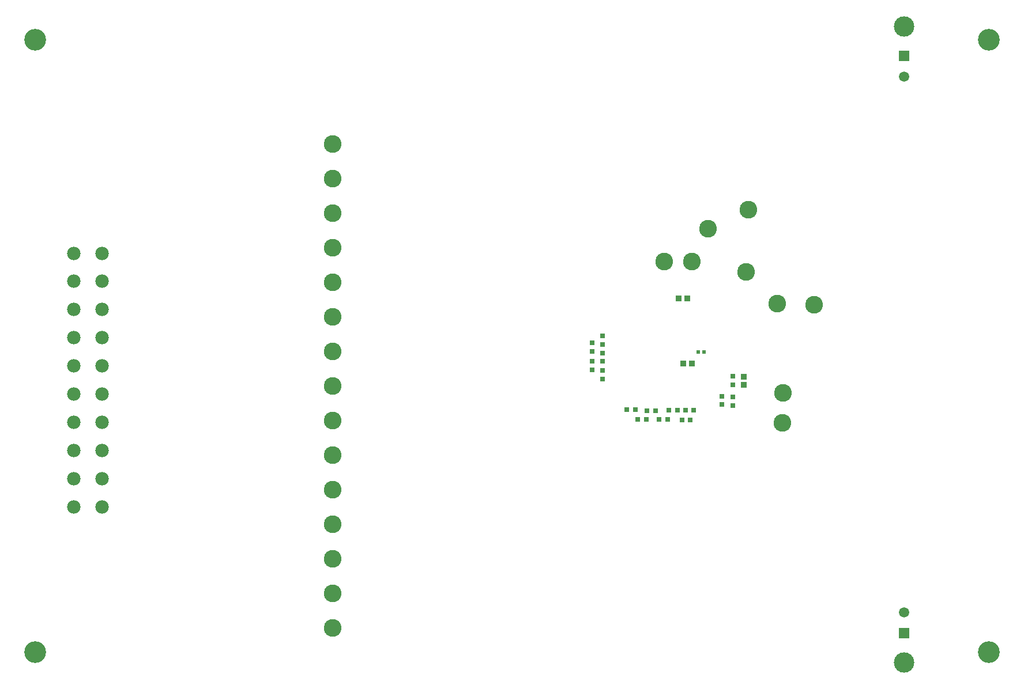
<source format=gbr>
%TF.GenerationSoftware,KiCad,Pcbnew,8.0.7*%
%TF.CreationDate,2025-02-10T22:10:37-06:00*%
%TF.ProjectId,Project63_BMS_DaughterBoard,50726f6a-6563-4743-9633-5f424d535f44,rev?*%
%TF.SameCoordinates,Original*%
%TF.FileFunction,Soldermask,Bot*%
%TF.FilePolarity,Negative*%
%FSLAX46Y46*%
G04 Gerber Fmt 4.6, Leading zero omitted, Abs format (unit mm)*
G04 Created by KiCad (PCBNEW 8.0.7) date 2025-02-10 22:10:37*
%MOMM*%
%LPD*%
G01*
G04 APERTURE LIST*
%ADD10C,2.604000*%
%ADD11C,3.200000*%
%ADD12C,2.999999*%
%ADD13R,1.520000X1.520000*%
%ADD14C,1.520000*%
%ADD15C,1.981200*%
%ADD16R,0.660400X0.762000*%
%ADD17R,0.762000X0.660400*%
%ADD18R,0.852399X0.899198*%
%ADD19R,0.899198X0.852399*%
%ADD20R,0.508000X0.508000*%
G04 APERTURE END LIST*
D10*
%TO.C,TP502*%
X162389472Y-72626439D03*
%TD*%
%TO.C,TP306*%
X113640259Y-95970732D03*
%TD*%
D11*
%TO.C,H102*%
X210000000Y-40000000D03*
%TD*%
D10*
%TO.C,TP312*%
X113640259Y-60410732D03*
%TD*%
%TO.C,TP304*%
X113640259Y-85810732D03*
%TD*%
%TO.C,TP501*%
X174750000Y-65000000D03*
%TD*%
%TO.C,TP509*%
X168789472Y-67826439D03*
%TD*%
%TO.C,TP506*%
X184389472Y-78926439D03*
%TD*%
%TO.C,TP314*%
X113640259Y-70570732D03*
%TD*%
%TO.C,TP303*%
X113640259Y-80730732D03*
%TD*%
D11*
%TO.C,H104*%
X210000000Y-130000000D03*
%TD*%
D12*
%TO.C,J702*%
X197592328Y-38083163D03*
D13*
X197592328Y-42403162D03*
D14*
X197592328Y-45403161D03*
%TD*%
D10*
%TO.C,TP308*%
X113640259Y-106130732D03*
%TD*%
%TO.C,TP505*%
X179689472Y-96326439D03*
%TD*%
%TO.C,BAT_POSITIVE301*%
X113640259Y-55330732D03*
%TD*%
D15*
%TO.C,J401*%
X79812428Y-108644354D03*
X79812428Y-104504355D03*
X79812428Y-100364356D03*
X79812428Y-96224357D03*
X79812428Y-92084357D03*
X79812428Y-87944358D03*
X79812428Y-83804359D03*
X79812428Y-79664359D03*
X79812428Y-75524360D03*
X79812428Y-71384361D03*
X75672430Y-108644354D03*
X75672430Y-104504355D03*
X75672430Y-100364356D03*
X75672430Y-96224357D03*
X75672430Y-92084357D03*
X75672430Y-87944358D03*
X75672430Y-83804359D03*
X75672430Y-79664359D03*
X75672430Y-75524360D03*
X75672430Y-71384361D03*
%TD*%
D10*
%TO.C,TP508*%
X166389472Y-72626439D03*
%TD*%
%TO.C,TP302*%
X113640259Y-75650732D03*
%TD*%
%TO.C,TP313*%
X113640259Y-65490732D03*
%TD*%
%TO.C,TP310*%
X113640259Y-116290732D03*
%TD*%
D12*
%TO.C,J701*%
X197592328Y-131522754D03*
D13*
X197592328Y-127202755D03*
D14*
X197592328Y-124202756D03*
%TD*%
D10*
%TO.C,TP311*%
X113640259Y-121370732D03*
%TD*%
%TO.C,TP507*%
X179789472Y-91926439D03*
%TD*%
D11*
%TO.C,H101*%
X70000000Y-40000000D03*
%TD*%
D10*
%TO.C,TP504*%
X178989472Y-78826439D03*
%TD*%
%TO.C,TP301*%
X113640259Y-126450732D03*
%TD*%
%TO.C,TP309*%
X113640259Y-111210732D03*
%TD*%
%TO.C,TP305*%
X113640259Y-90890732D03*
%TD*%
%TO.C,TP307*%
X113640259Y-101050732D03*
%TD*%
%TO.C,TP503*%
X174389472Y-74126439D03*
%TD*%
D11*
%TO.C,H103*%
X70000000Y-130000000D03*
%TD*%
D16*
%TO.C,C307*%
X166184941Y-95881706D03*
X164940341Y-95881706D03*
%TD*%
D17*
%TO.C,C325*%
X153265915Y-87286688D03*
X153265915Y-86042088D03*
%TD*%
D16*
%TO.C,C304*%
X161074984Y-94508899D03*
X159830384Y-94508899D03*
%TD*%
D18*
%TO.C,C203*%
X165163273Y-87626439D03*
X166415671Y-87626439D03*
%TD*%
D16*
%TO.C,C303*%
X159734404Y-95829850D03*
X158489804Y-95829850D03*
%TD*%
%TO.C,C308*%
X166694688Y-94454354D03*
X165450088Y-94454354D03*
%TD*%
D17*
%TO.C,C324*%
X151765915Y-85786688D03*
X151765915Y-84542088D03*
%TD*%
D19*
%TO.C,C204*%
X174063086Y-90757567D03*
X174063086Y-89505169D03*
%TD*%
D17*
%TO.C,C326*%
X151765915Y-88528957D03*
X151765915Y-87284357D03*
%TD*%
D16*
%TO.C,C306*%
X164278395Y-94455619D03*
X163033795Y-94455619D03*
%TD*%
D17*
%TO.C,C309*%
X170783679Y-93643690D03*
X170783679Y-92399090D03*
%TD*%
%TO.C,C311*%
X172434986Y-89498596D03*
X172434986Y-90743196D03*
%TD*%
D16*
%TO.C,C305*%
X162828989Y-95818424D03*
X161584389Y-95818424D03*
%TD*%
D17*
%TO.C,C310*%
X172432051Y-92521839D03*
X172432051Y-93766439D03*
%TD*%
D18*
%TO.C,C205*%
X164463273Y-78026439D03*
X165715671Y-78026439D03*
%TD*%
D20*
%TO.C,C202*%
X168208572Y-85926439D03*
X167370372Y-85926439D03*
%TD*%
D17*
%TO.C,C301*%
X153265915Y-89883872D03*
X153265915Y-88639272D03*
%TD*%
D16*
%TO.C,C302*%
X158095529Y-94396294D03*
X156850929Y-94396294D03*
%TD*%
D17*
%TO.C,C323*%
X153265915Y-84786688D03*
X153265915Y-83542088D03*
%TD*%
M02*

</source>
